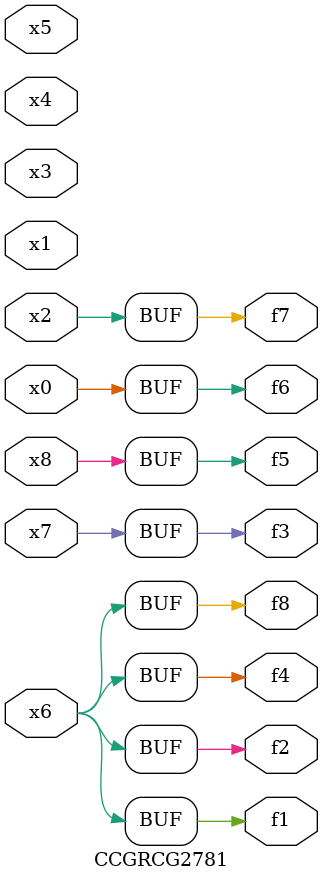
<source format=v>
module CCGRCG2781(
	input x0, x1, x2, x3, x4, x5, x6, x7, x8,
	output f1, f2, f3, f4, f5, f6, f7, f8
);
	assign f1 = x6;
	assign f2 = x6;
	assign f3 = x7;
	assign f4 = x6;
	assign f5 = x8;
	assign f6 = x0;
	assign f7 = x2;
	assign f8 = x6;
endmodule

</source>
